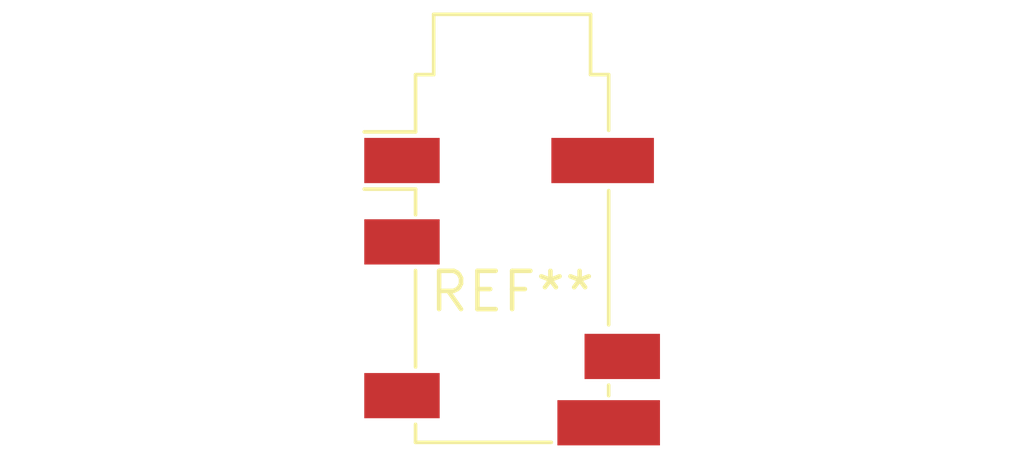
<source format=kicad_pcb>
(kicad_pcb (version 20240108) (generator pcbnew)
  (layers (0 "F.Cu" signal) (31 "B.Cu" signal) (34 "B.Paste" user) (35 "F.Paste" user) (36 "B.SilkS" user "B.Silkscreen") (37 "F.SilkS" user "F.Silkscreen") (38 "B.Mask" user) (39 "F.Mask" user) (44 "Edge.Cuts" user))
  (net 0 "")
  (footprint "Jack_3.5mm_PJ31060-I_Horizontal" (layer "F.Cu") (at 0 0)
    (property "Reference" "REF**")
    (property "Value" "Jack_3.5mm_PJ31060-I_Horizontal")
    (fp_line (start -4.9 -3.4) (end -3.2 -3.4) (layer "F.SilkS") (stroke (width 0.12)))
    (fp_line (start -3.2 -7.2) (end -2.6 -7.2) (layer "F.SilkS") (stroke (width 0.12)))
    (fp_line (start -3.2 -5.3) (end -4.9 -5.3) (layer "F.SilkS") (stroke (width 0.12)))
    (fp_line (start -3.2 -5.3) (end -3.2 -7.2) (layer "F.SilkS") (stroke (width 0.12)))
    (fp_line (start -3.2 -2.55) (end -3.2 -3.4) (layer "F.SilkS") (stroke (width 0.12)))
    (fp_line (start -3.2 2.5) (end -3.2 -0.7) (layer "F.SilkS") (stroke (width 0.12)))
    (fp_line (start -3.2 5) (end -3.2 4.4) (layer "F.SilkS") (stroke (width 0.12)))
    (fp_line (start -2.6 -9.2) (end 2.6 -9.2) (layer "F.SilkS") (stroke (width 0.12)))
    (fp_line (start -2.6 -7.2) (end -2.6 -9.2) (layer "F.SilkS") (stroke (width 0.12)))
    (fp_line (start 1.3 5) (end -3.2 5) (layer "F.SilkS") (stroke (width 0.12)))
    (fp_line (start 2.6 -9.2) (end 2.6 -7.2) (layer "F.SilkS") (stroke (width 0.12)))
    (fp_line (start 2.6 -7.2) (end 3.2 -7.2) (layer "F.SilkS") (stroke (width 0.12)))
    (fp_line (start 3.2 -7.2) (end 3.2 -5.35) (layer "F.SilkS") (stroke (width 0.12)))
    (fp_line (start 3.2 -3.35) (end 3.2 1.1) (layer "F.SilkS") (stroke (width 0.12)))
    (fp_line (start 3.2 3.1) (end 3.2 3.45) (layer "F.SilkS") (stroke (width 0.12)))
    (pad "" np_thru_hole circle (at 0 3.35) (size 1.5 1.5) (drill 1.5) (layers *.Cu *.Mask))
    (pad "R1" smd rect (at -3.65 -1.65) (size 2.5 1.5) (layers "F.Cu" "F.Paste" "F.Mask"))
    (pad "R1N" smd rect (at -3.65 3.45) (size 2.5 1.5) (layers "F.Cu" "F.Paste" "F.Mask"))
    (pad "R2" smd rect (at 3 -4.35) (size 3.4 1.5) (layers "F.Cu" "F.Paste" "F.Mask"))
    (pad "S" smd rect (at -3.65 -4.35) (size 2.5 1.5) (layers "F.Cu" "F.Paste" "F.Mask"))
    (pad "T" smd rect (at 3.65 2.15) (size 2.5 1.5) (layers "F.Cu" "F.Paste" "F.Mask"))
    (pad "TN" smd rect (at 3.2 4.35) (size 3.4 1.5) (layers "F.Cu" "F.Paste" "F.Mask"))
  )
)
</source>
